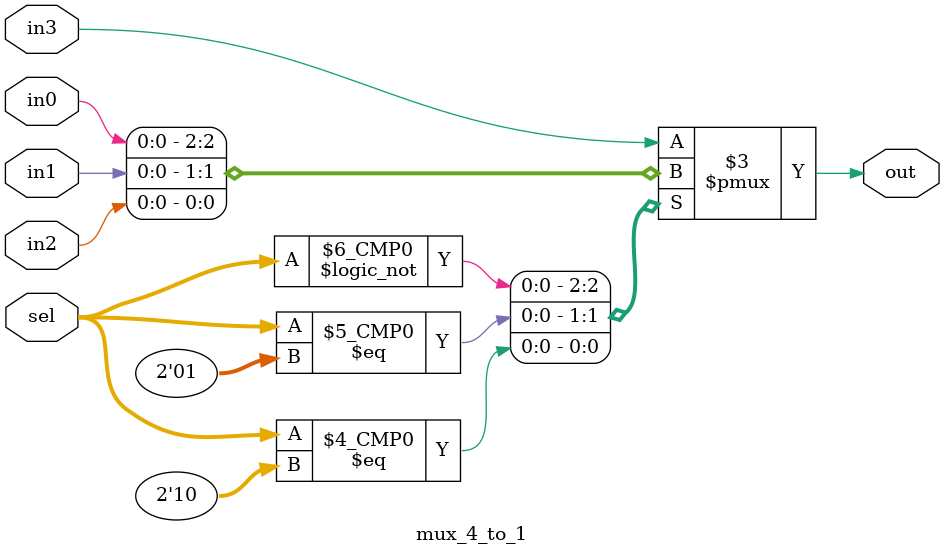
<source format=v>
module mux_4_to_1 #(parameter N = 1) (
    input       [N-1:0] in0,
    input       [N-1:0] in1,
    input       [N-1:0] in2,
    input       [N-1:0] in3,
    input       [1:0]   sel,

    output reg  [N-1:0] out
);

always @(*) begin
    case (sel)
        2'b00: begin
            out = in0;
        end
        2'b01: begin
            out = in1;
        end
        2'b10: begin
            out = in2;
        end
        default: begin
            out = in3;
        end
    endcase
end

endmodule
</source>
